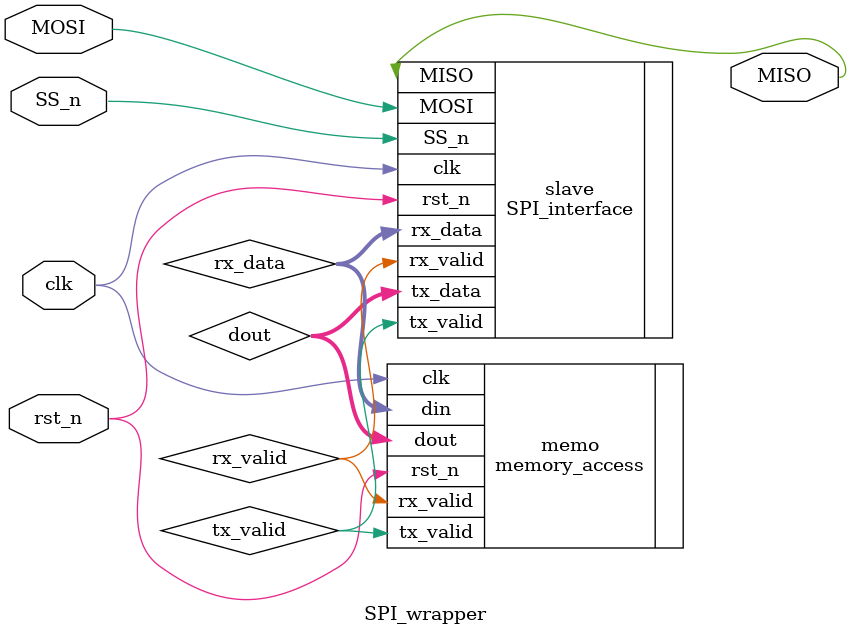
<source format=v>
module SPI_wrapper(
    input clk,rst_n,
    input SS_n , MOSI,
    output MISO
);
    localparam MEM_DEPTH = 256;
    localparam ADDR_SIZE = 8;
    wire tx_valid;
    wire [7:0] dout;
    wire rx_valid;
    wire [9:0] rx_data;

    SPI_interface slave(
        .clk(clk) ,
        .MOSI(MOSI) ,
        .SS_n(SS_n),
        .rst_n(rst_n),
        .MISO(MISO),
        .tx_valid(tx_valid),
        .tx_data(dout),
        .rx_valid(rx_valid),
        .rx_data(rx_data)
    );
    memory_access #(
        .ADDR_SIZE(ADDR_SIZE),
        .MEM_DEPTH(MEM_DEPTH)
    ) memo (
        .clk(clk) ,
        .rst_n(rst_n),
        .din(rx_data),
        .rx_valid(rx_valid),
        .tx_valid(tx_valid),
        .dout(dout)
    );
endmodule
</source>
